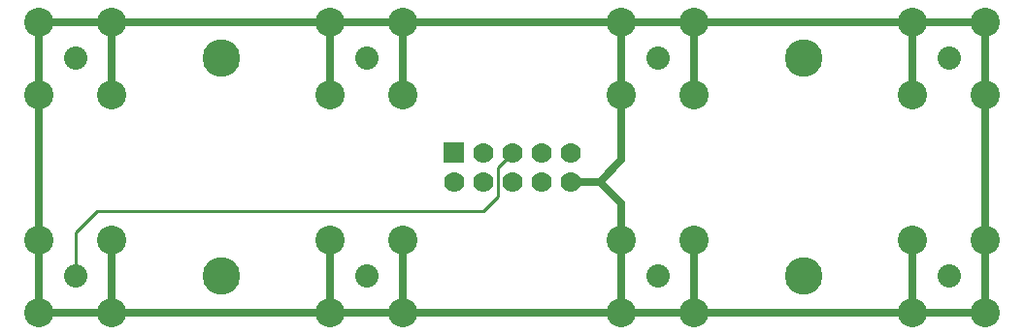
<source format=gbr>
G04 start of page 3 for group 5 idx 5 *
G04 Title: (unknown), bottom *
G04 Creator: pcb 20140316 *
G04 CreationDate: Tue 28 Aug 2018 06:00:51 PM GMT UTC *
G04 For: thomasc *
G04 Format: Gerber/RS-274X *
G04 PCB-Dimensions (mil): 3800.00 1250.00 *
G04 PCB-Coordinate-Origin: lower left *
%MOIN*%
%FSLAX25Y25*%
%LNBOTTOM*%
%ADD29C,0.0520*%
%ADD28C,0.0420*%
%ADD27C,0.1250*%
%ADD26C,0.1290*%
%ADD25C,0.1000*%
%ADD24C,0.0800*%
%ADD23C,0.0001*%
%ADD22C,0.0700*%
%ADD21C,0.0100*%
%ADD20C,0.0250*%
G54D20*X27500Y112500D02*X352500D01*
Y12500D01*
X327500Y87500D02*Y112500D01*
Y37500D02*Y12500D01*
X252500Y87500D02*Y112500D01*
X227500Y50000D02*X220000Y57500D01*
X227500Y112500D02*Y65000D01*
X220000Y57500D01*
X210000D01*
G54D21*X47500Y47500D02*X40000Y40000D01*
Y25000D01*
G54D20*X27500Y12500D02*Y112500D01*
X52500Y37500D02*Y12500D01*
Y112500D02*Y87500D01*
G54D21*X190000Y67500D02*X185000Y62500D01*
Y52500D01*
X180000Y47500D01*
G54D20*X127500Y87500D02*Y112500D01*
X152500Y87500D02*Y112500D01*
X352500Y12500D02*X27500D01*
G54D21*X180000Y47500D02*X47500D01*
G54D20*X127500Y12500D02*Y37500D01*
X152500Y12500D02*Y37500D01*
X252500D02*Y12500D01*
X227500D02*Y50000D01*
G54D22*X170000Y57500D03*
G54D23*G36*
X166500Y71000D02*Y64000D01*
X173500D01*
Y71000D01*
X166500D01*
G37*
G54D22*X180000Y57500D03*
Y67500D03*
X190000Y57500D03*
Y67500D03*
X200000Y57500D03*
Y67500D03*
X210000Y57500D03*
Y67500D03*
G54D24*X140000Y25000D03*
G54D25*X127500Y37500D03*
X152500D03*
Y12500D03*
X127500D03*
G54D24*X140000Y100000D03*
G54D25*X127500Y112500D03*
X152500D03*
Y87500D03*
X127500D03*
G54D24*X40000Y100000D03*
Y25000D03*
G54D25*X27500Y112500D03*
Y87500D03*
Y37500D03*
Y12500D03*
X52500Y112500D03*
Y87500D03*
Y37500D03*
Y12500D03*
G54D24*X240000Y100000D03*
G54D25*X227500Y112500D03*
X252500D03*
Y87500D03*
X227500D03*
G54D24*X340000Y100000D03*
G54D25*X327500Y112500D03*
X352500D03*
Y87500D03*
X327500D03*
G54D24*X240000Y25000D03*
G54D25*X227500Y37500D03*
X252500D03*
Y12500D03*
X227500D03*
G54D24*X340000Y25000D03*
G54D25*X327500Y37500D03*
X352500D03*
Y12500D03*
X327500D03*
G54D26*X90000Y25000D03*
Y100000D03*
X290000Y25000D03*
Y100000D03*
G54D27*G54D28*G54D29*G54D22*G54D29*G54D22*G54D29*G54D22*G54D29*G54D22*G54D29*G54D22*G54D29*G54D22*G54D29*G54D22*M02*

</source>
